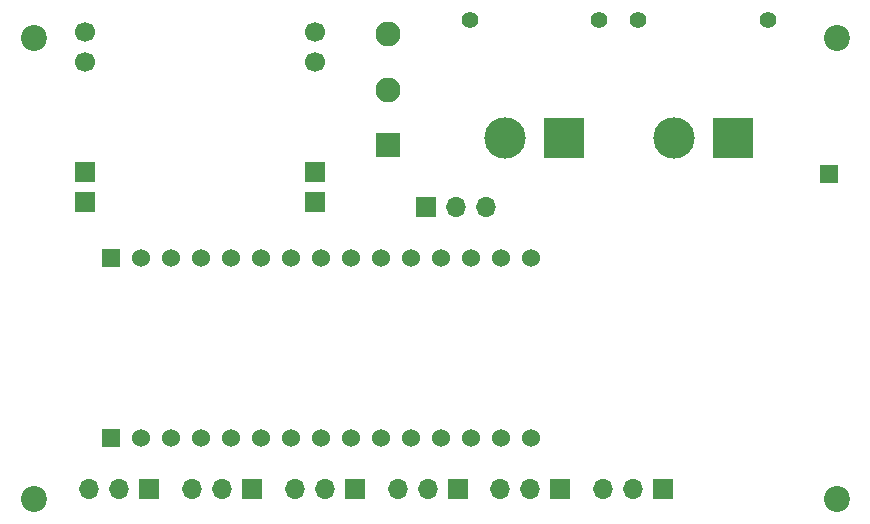
<source format=gbr>
%TF.GenerationSoftware,KiCad,Pcbnew,8.0.1*%
%TF.CreationDate,2024-07-04T11:46:03-05:00*%
%TF.ProjectId,power distribution,706f7765-7220-4646-9973-747269627574,rev?*%
%TF.SameCoordinates,Original*%
%TF.FileFunction,Soldermask,Bot*%
%TF.FilePolarity,Negative*%
%FSLAX46Y46*%
G04 Gerber Fmt 4.6, Leading zero omitted, Abs format (unit mm)*
G04 Created by KiCad (PCBNEW 8.0.1) date 2024-07-04 11:46:03*
%MOMM*%
%LPD*%
G01*
G04 APERTURE LIST*
G04 Aperture macros list*
%AMRoundRect*
0 Rectangle with rounded corners*
0 $1 Rounding radius*
0 $2 $3 $4 $5 $6 $7 $8 $9 X,Y pos of 4 corners*
0 Add a 4 corners polygon primitive as box body*
4,1,4,$2,$3,$4,$5,$6,$7,$8,$9,$2,$3,0*
0 Add four circle primitives for the rounded corners*
1,1,$1+$1,$2,$3*
1,1,$1+$1,$4,$5*
1,1,$1+$1,$6,$7*
1,1,$1+$1,$8,$9*
0 Add four rect primitives between the rounded corners*
20,1,$1+$1,$2,$3,$4,$5,0*
20,1,$1+$1,$4,$5,$6,$7,0*
20,1,$1+$1,$6,$7,$8,$9,0*
20,1,$1+$1,$8,$9,$2,$3,0*%
G04 Aperture macros list end*
%ADD10C,2.200000*%
%ADD11R,1.700000X1.700000*%
%ADD12O,1.700000X1.700000*%
%ADD13C,1.400000*%
%ADD14R,3.500000X3.500000*%
%ADD15C,3.500000*%
%ADD16RoundRect,0.250000X-0.550000X-0.550000X0.550000X-0.550000X0.550000X0.550000X-0.550000X0.550000X0*%
%ADD17R,1.530000X1.530000*%
%ADD18C,1.530000*%
%ADD19R,2.108200X2.108200*%
%ADD20C,2.108200*%
%ADD21C,1.700000*%
G04 APERTURE END LIST*
D10*
%TO.C,H4*%
X175000000Y-107000000D03*
%TD*%
D11*
%TO.C,J8*%
X160300000Y-106200000D03*
D12*
X157760000Y-106200000D03*
X155220000Y-106200000D03*
%TD*%
D11*
%TO.C,J4*%
X151600000Y-106200000D03*
D12*
X149060000Y-106200000D03*
X146520000Y-106200000D03*
%TD*%
D11*
%TO.C,J6*%
X140230000Y-82360000D03*
D12*
X142770000Y-82360000D03*
X145310000Y-82360000D03*
%TD*%
D10*
%TO.C,H3*%
X107000000Y-107000000D03*
%TD*%
D13*
%TO.C,J10*%
X143900000Y-66500000D03*
X154900000Y-66500000D03*
D14*
X151900000Y-76500000D03*
D15*
X146900000Y-76500000D03*
%TD*%
D13*
%TO.C,J9*%
X158200000Y-66500000D03*
X169200000Y-66500000D03*
D14*
X166200000Y-76500000D03*
D15*
X161200000Y-76500000D03*
%TD*%
D16*
%TO.C,J5*%
X174310000Y-79550000D03*
%TD*%
D17*
%TO.C,A1*%
X113540000Y-101840000D03*
D18*
X116080000Y-101840000D03*
X118620000Y-101840000D03*
X121160000Y-101840000D03*
X123700000Y-101840000D03*
X126240000Y-101840000D03*
X128780000Y-101840000D03*
X131320000Y-101840000D03*
X133860000Y-101840000D03*
X136400000Y-101840000D03*
X138940000Y-101840000D03*
X141480000Y-101840000D03*
X144020000Y-101840000D03*
X146560000Y-101840000D03*
X149100000Y-101840000D03*
D17*
X113540000Y-86600000D03*
D18*
X116080000Y-86600000D03*
X118620000Y-86600000D03*
X121160000Y-86600000D03*
X123700000Y-86600000D03*
X126240000Y-86600000D03*
X128780000Y-86600000D03*
X131320000Y-86600000D03*
X133860000Y-86600000D03*
X136400000Y-86600000D03*
X138940000Y-86600000D03*
X141480000Y-86600000D03*
X144020000Y-86600000D03*
X146560000Y-86600000D03*
X149100000Y-86600000D03*
%TD*%
D10*
%TO.C,H2*%
X175000000Y-68000000D03*
%TD*%
D11*
%TO.C,J7*%
X116800000Y-106200000D03*
D12*
X114260000Y-106200000D03*
X111720000Y-106200000D03*
%TD*%
D11*
%TO.C,J3*%
X134200000Y-106200000D03*
D12*
X131660000Y-106200000D03*
X129120000Y-106200000D03*
%TD*%
D10*
%TO.C,H1*%
X107000000Y-68000000D03*
%TD*%
D19*
%TO.C,SW2*%
X137000000Y-77090001D03*
D20*
X137000000Y-72390000D03*
X137000000Y-67690000D03*
%TD*%
D21*
%TO.C,U1*%
X111380000Y-70000000D03*
X111380000Y-67460000D03*
D11*
X111380000Y-81870000D03*
X111380000Y-79330000D03*
D21*
X130780000Y-70000000D03*
X130780000Y-67460000D03*
D11*
X130780000Y-81860000D03*
X130780000Y-79320000D03*
%TD*%
%TO.C,J1*%
X125500000Y-106200000D03*
D12*
X122960000Y-106200000D03*
X120420000Y-106200000D03*
%TD*%
D11*
%TO.C,J2*%
X142900000Y-106200000D03*
D12*
X140360000Y-106200000D03*
X137820000Y-106200000D03*
%TD*%
M02*

</source>
